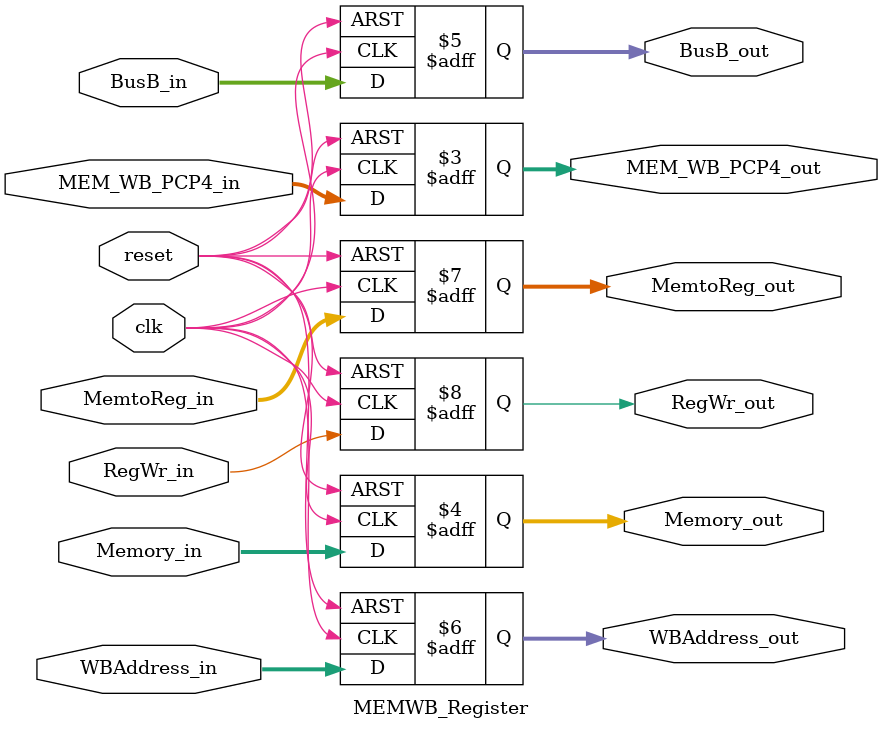
<source format=v>
module MEMWB_Register
  (MEM_WB_PCP4_in,
MEM_WB_PCP4_out,
Memory_in,
  BusB_in,
  WBAddress_in,
  MemtoReg_in,
  RegWr_in,
  clk,
  reset,
  Memory_out,
  BusB_out,
  WBAddress_out,
  MemtoReg_out,
  RegWr_out
  );
  
  input [31:0]MEM_WB_PCP4_in;
  output reg [31:0]MEM_WB_PCP4_out;
  input [31:0]Memory_in;
  input [31:0]BusB_in;
  input [4:0]WBAddress_in;
  input [1:0]MemtoReg_in;
  input RegWr_in;
  
  input clk;
  input reset;
  
  output reg [31:0]Memory_out;
  output reg [31:0]BusB_out;
  output reg [4:0]WBAddress_out;
  output reg [1:0]MemtoReg_out;
  output reg RegWr_out;
  
  always@(posedge clk or negedge reset)
  begin
    if(!reset)
      begin
      MEM_WB_PCP4_out<=32'b0;
        Memory_out<=32'b0;
        BusB_out<=32'b0;
        WBAddress_out<=5'b0;
        MemtoReg_out<=2'b0;
        RegWr_out<=0;
      end
    else
      begin
      MEM_WB_PCP4_out<=MEM_WB_PCP4_in;
        Memory_out<=Memory_in;
        BusB_out<=BusB_in;
        WBAddress_out<=WBAddress_in;
        MemtoReg_out<=MemtoReg_in;
        RegWr_out<=RegWr_in;
      end
  end
endmodule
</source>
